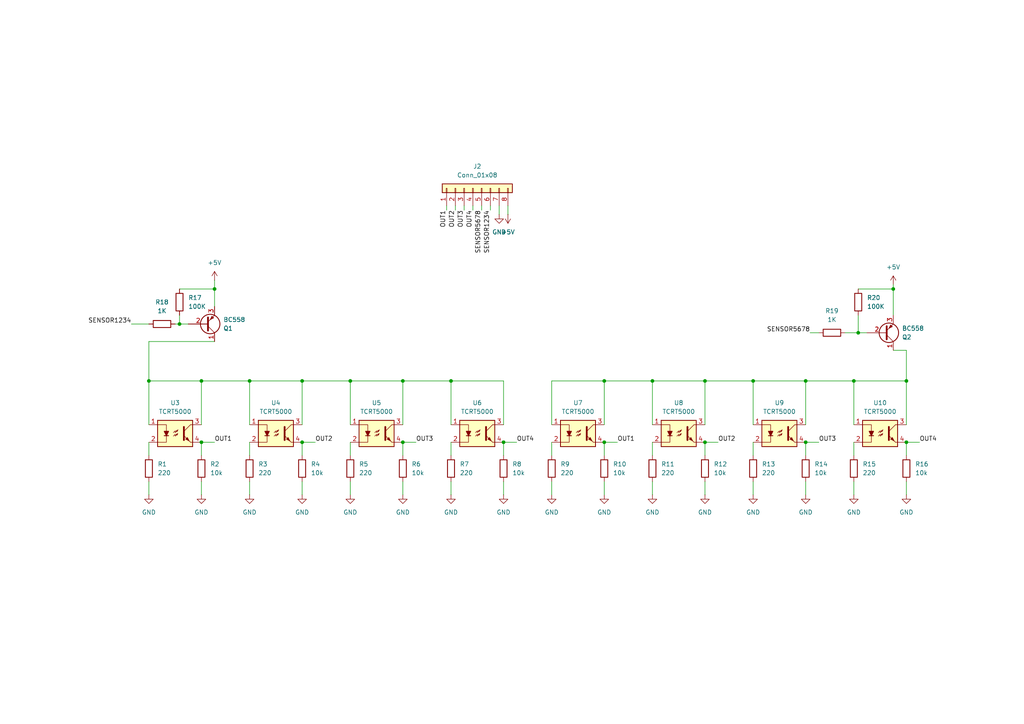
<source format=kicad_sch>
(kicad_sch (version 20231120) (generator "eeschema") (generator_version "8.0")
  (paper "A4")
  (lib_symbols
    (symbol "Connector_Generic:Conn_01x08" (pin_names (offset 1.016) hide)
      (property "Reference" "J" (at 0 10.16 0))
      (property "Value" "Conn_01x08" (at 0 -12.7 0))
      (symbol "Conn_01x08_1_1"
        (rectangle (start -1.27 -10.033) (end 0 -10.287) (stroke (width 0.1524)))
        (rectangle (start -1.27 -7.493) (end 0 -7.747) (stroke (width 0.1524)))
        (rectangle (start -1.27 -4.953) (end 0 -5.207) (stroke (width 0.1524)))
        (rectangle (start -1.27 -2.413) (end 0 -2.667) (stroke (width 0.1524)))
        (rectangle (start -1.27 0.127) (end 0 -0.127) (stroke (width 0.1524)))
        (rectangle (start -1.27 2.667) (end 0 2.413) (stroke (width 0.1524)))
        (rectangle (start -1.27 5.207) (end 0 4.953) (stroke (width 0.1524)))
        (rectangle (start -1.27 7.747) (end 0 7.493) (stroke (width 0.1524)))
        (rectangle (start -1.27 8.89) (end 1.27 -11.43) (stroke (width 0.254)) (fill (type background)))
        (pin passive line (at -5.08 7.62 0) (length 3.81) (name "Pin_1") (number "1"))
        (pin passive line (at -5.08 5.08 0) (length 3.81) (name "Pin_2") (number "2"))
        (pin passive line (at -5.08 2.54 0) (length 3.81) (name "Pin_3") (number "3"))
        (pin passive line (at -5.08 0 0) (length 3.81) (name "Pin_4") (number "4"))
        (pin passive line (at -5.08 -2.54 0) (length 3.81) (name "Pin_5") (number "5"))
        (pin passive line (at -5.08 -5.08 0) (length 3.81) (name "Pin_6") (number "6"))
        (pin passive line (at -5.08 -7.62 0) (length 3.81) (name "Pin_7") (number "7"))
        (pin passive line (at -5.08 -10.16 0) (length 3.81) (name "Pin_8") (number "8"))
      )
    )
    (symbol "Device:R" (pin_numbers hide) (pin_names (offset 0))
      (property "Reference" "R" (at 2.032 0 90))
      (property "Value" "R" (at 0 0 90))
      (symbol "R_0_1"
        (rectangle (start -1.016 -2.54) (end 1.016 2.54) (stroke (width 0.254)))
      )
      (symbol "R_1_1"
        (pin passive line (at 0 3.81 270) (length 1.27) (name "~") (number "1"))
        (pin passive line (at 0 -3.81 90) (length 1.27) (name "~") (number "2"))
      )
    )
    (symbol "EESTN5:TCRT5000" (pin_names (offset 1.016))
      (property "Reference" "U" (at -5.08 5.08 0))
      (property "Value" "TCRT5000" (at 0 5.08 0))
      (symbol "TCRT5000_0_1"
        (rectangle (start -5.08 3.81) (end 5.08 -3.81) (stroke (width 0.254)) (fill (type background)))
        (polyline (pts (xy -3.175 -0.635) (xy -1.905 -0.635)) (stroke (width 0.254)))
        (polyline (pts (xy 2.54 0.635) (xy 4.445 2.54)))
        (polyline (pts (xy 4.445 -2.54) (xy 2.54 -0.635)) (fill (type outline)))
        (polyline (pts (xy 4.445 -2.54) (xy 5.08 -2.54)))
        (polyline (pts (xy 4.445 2.54) (xy 5.08 2.54)))
        (polyline (pts (xy -5.08 2.54) (xy -2.54 2.54) (xy -2.54 0.635)))
        (polyline (pts (xy -2.54 -0.635) (xy -2.54 -2.54) (xy -5.08 -2.54)))
        (polyline (pts (xy 2.54 1.905) (xy 2.54 -1.905) (xy 2.54 -1.905)) (stroke (width 0.508)))
        (polyline (pts (xy -2.54 -0.635) (xy -3.175 0.635) (xy -1.905 0.635) (xy -2.54 -0.635)) (stroke (width 0.254)) (fill (type outline)))
        (polyline (pts (xy -0.508 0.254) (xy 0.0254 0.762) (xy 0.0254 0.254) (xy 0.7874 1.016)))
        (polyline (pts (xy 0.7874 1.016) (xy 0.2794 0.762) (xy 0.5334 0.508) (xy 0.7874 1.016)))
        (polyline (pts (xy 3.048 -1.651) (xy 3.556 -1.143) (xy 4.064 -2.159) (xy 3.048 -1.651) (xy 3.048 -1.651)) (fill (type outline)))
        (polyline (pts (xy -0.508 -0.762) (xy 0.0254 -0.254) (xy 0.0254 -0.762) (xy 0.7874 0) (xy 0.2794 -0.254) (xy 0.5334 -0.508) (xy 0.7874 0)))
      )
      (symbol "TCRT5000_1_1"
        (pin passive line (at -7.62 2.54 0) (length 2.54) (name "~") (number "1"))
        (pin passive line (at -7.62 -2.54 0) (length 2.54) (name "~") (number "2"))
        (pin passive line (at 7.62 2.54 180) (length 2.54) (name "~") (number "3"))
        (pin passive line (at 7.62 -2.54 180) (length 2.54) (name "~") (number "4"))
      )
    )
    (symbol "Transistor_BJT:BC558" (pin_names (offset 0) hide)
      (property "Reference" "Q" (at 5.08 1.905 0))
      (property "Value" "BC558" (at 5.08 0 0))
      (symbol "BC558_0_1"
        (polyline (pts (xy 0.635 0.635) (xy 2.54 2.54)))
        (polyline (pts (xy 0.635 -0.635) (xy 2.54 -2.54) (xy 2.54 -2.54)))
        (polyline (pts (xy 0.635 1.905) (xy 0.635 -1.905) (xy 0.635 -1.905)) (stroke (width 0.508)))
        (polyline (pts (xy 2.286 -1.778) (xy 1.778 -2.286) (xy 1.27 -1.27) (xy 2.286 -1.778) (xy 2.286 -1.778)) (fill (type outline)))
        (circle (center 1.27 0) (radius 2.8194) (stroke (width 0.254)))
      )
      (symbol "BC558_1_1"
        (pin passive line (at 2.54 5.08 270) (length 2.54) (name "C") (number "1"))
        (pin input line (at -5.08 0 0) (length 5.715) (name "B") (number "2"))
        (pin passive line (at 2.54 -5.08 90) (length 2.54) (name "E") (number "3"))
      )
    )
    (symbol "power:+5V" (power) (pin_numbers hide) (pin_names (offset 0) hide)
      (property "Value" "+5V" (at 0 3.556 0))
      (symbol "+5V_0_1"
        (polyline (pts (xy -0.762 1.27) (xy 0 2.54)))
        (polyline (pts (xy 0 0) (xy 0 2.54)))
        (polyline (pts (xy 0 2.54) (xy 0.762 1.27)))
      )
      (symbol "+5V_1_1"
        (pin power_in line (at 0 0 90) (length 0) (name "~") (number "1"))
      )
    )
    (symbol "power:GND" (power) (pin_numbers hide) (pin_names (offset 0) hide)
      (property "Value" "GND" (at 0 -3.81 0))
      (symbol "GND_0_1"
        (polyline (pts (xy 0 0) (xy 0 -1.27) (xy 1.27 -1.27) (xy 0 -2.54) (xy -1.27 -1.27) (xy 0 -1.27)))
      )
      (symbol "GND_1_1"
        (pin power_in line (at 0 0 270) (length 0) (name "~") (number "1"))
      )
    )
  )
  (junction (at 116.84 110.49))
  (junction (at 259.08 83.82))
  (junction (at 175.26 128.27))
  (junction (at 233.68 110.49))
  (junction (at 87.63 128.27))
  (junction (at 262.89 128.27))
  (junction (at 87.63 110.49))
  (junction (at 72.39 110.49))
  (junction (at 204.47 128.27))
  (junction (at 204.47 110.49))
  (junction (at 116.84 128.27))
  (junction (at 43.18 110.49))
  (junction (at 101.6 110.49))
  (junction (at 62.23 83.82))
  (junction (at 218.44 110.49))
  (junction (at 146.05 128.27))
  (junction (at 247.65 110.49))
  (junction (at 58.42 110.49))
  (junction (at 189.23 110.49))
  (junction (at 248.92 96.52))
  (junction (at 262.89 110.49))
  (junction (at 130.81 110.49))
  (junction (at 52.07 93.98))
  (junction (at 58.42 128.27))
  (junction (at 233.68 128.27))
  (junction (at 175.26 110.49))
  (wire (pts (xy 146.05 139.7) (xy 146.05 143.51)))
  (wire (pts (xy 160.02 123.19) (xy 160.02 110.49)))
  (wire (pts (xy 129.54 60.96) (xy 129.54 59.69)))
  (wire (pts (xy 72.39 128.27) (xy 72.39 132.08)))
  (wire (pts (xy 43.18 139.7) (xy 43.18 143.51)))
  (wire (pts (xy 204.47 123.19) (xy 204.47 110.49)))
  (wire (pts (xy 50.8 93.98) (xy 52.07 93.98)))
  (wire (pts (xy 52.07 91.44) (xy 52.07 93.98)))
  (wire (pts (xy 101.6 110.49) (xy 87.63 110.49)))
  (wire (pts (xy 245.11 96.52) (xy 248.92 96.52)))
  (wire (pts (xy 101.6 139.7) (xy 101.6 143.51)))
  (wire (pts (xy 87.63 128.27) (xy 87.63 132.08)))
  (wire (pts (xy 175.26 123.19) (xy 175.26 110.49)))
  (wire (pts (xy 262.89 110.49) (xy 262.89 123.19)))
  (wire (pts (xy 262.89 101.6) (xy 262.89 110.49)))
  (wire (pts (xy 146.05 128.27) (xy 149.86 128.27)))
  (wire (pts (xy 147.32 62.23) (xy 147.32 59.69)))
  (wire (pts (xy 43.18 128.27) (xy 43.18 132.08)))
  (wire (pts (xy 62.23 83.82) (xy 62.23 88.9)))
  (wire (pts (xy 218.44 123.19) (xy 218.44 110.49)))
  (wire (pts (xy 189.23 139.7) (xy 189.23 143.51)))
  (wire (pts (xy 58.42 139.7) (xy 58.42 143.51)))
  (wire (pts (xy 204.47 139.7) (xy 204.47 143.51)))
  (wire (pts (xy 146.05 110.49) (xy 130.81 110.49)))
  (wire (pts (xy 262.89 128.27) (xy 266.7 128.27)))
  (wire (pts (xy 146.05 128.27) (xy 146.05 132.08)))
  (wire (pts (xy 43.18 99.06) (xy 43.18 110.49)))
  (wire (pts (xy 144.78 62.23) (xy 144.78 59.69)))
  (wire (pts (xy 160.02 110.49) (xy 175.26 110.49)))
  (wire (pts (xy 58.42 110.49) (xy 43.18 110.49)))
  (wire (pts (xy 189.23 123.19) (xy 189.23 110.49)))
  (wire (pts (xy 204.47 128.27) (xy 208.28 128.27)))
  (wire (pts (xy 101.6 128.27) (xy 101.6 132.08)))
  (wire (pts (xy 38.1 93.98) (xy 43.18 93.98)))
  (wire (pts (xy 233.68 128.27) (xy 237.49 128.27)))
  (wire (pts (xy 130.81 128.27) (xy 130.81 132.08)))
  (wire (pts (xy 247.65 110.49) (xy 262.89 110.49)))
  (wire (pts (xy 58.42 128.27) (xy 58.42 132.08)))
  (wire (pts (xy 262.89 101.6) (xy 259.08 101.6)))
  (wire (pts (xy 52.07 93.98) (xy 54.61 93.98)))
  (wire (pts (xy 189.23 128.27) (xy 189.23 132.08)))
  (wire (pts (xy 72.39 139.7) (xy 72.39 143.51)))
  (wire (pts (xy 247.65 123.19) (xy 247.65 110.49)))
  (wire (pts (xy 87.63 123.19) (xy 87.63 110.49)))
  (wire (pts (xy 259.08 82.55) (xy 259.08 83.82)))
  (wire (pts (xy 248.92 91.44) (xy 248.92 96.52)))
  (wire (pts (xy 58.42 128.27) (xy 62.23 128.27)))
  (wire (pts (xy 204.47 110.49) (xy 218.44 110.49)))
  (wire (pts (xy 218.44 110.49) (xy 233.68 110.49)))
  (wire (pts (xy 175.26 110.49) (xy 189.23 110.49)))
  (wire (pts (xy 234.95 96.52) (xy 237.49 96.52)))
  (wire (pts (xy 43.18 99.06) (xy 62.23 99.06)))
  (wire (pts (xy 58.42 123.19) (xy 58.42 110.49)))
  (wire (pts (xy 160.02 128.27) (xy 160.02 132.08)))
  (wire (pts (xy 247.65 139.7) (xy 247.65 143.51)))
  (wire (pts (xy 160.02 139.7) (xy 160.02 143.51)))
  (wire (pts (xy 233.68 128.27) (xy 233.68 132.08)))
  (wire (pts (xy 262.89 139.7) (xy 262.89 143.51)))
  (wire (pts (xy 116.84 123.19) (xy 116.84 110.49)))
  (wire (pts (xy 87.63 110.49) (xy 72.39 110.49)))
  (wire (pts (xy 233.68 123.19) (xy 233.68 110.49)))
  (wire (pts (xy 259.08 83.82) (xy 259.08 91.44)))
  (wire (pts (xy 132.08 60.96) (xy 132.08 59.69)))
  (wire (pts (xy 233.68 110.49) (xy 247.65 110.49)))
  (wire (pts (xy 43.18 123.19) (xy 43.18 110.49)))
  (wire (pts (xy 130.81 123.19) (xy 130.81 110.49)))
  (wire (pts (xy 247.65 128.27) (xy 247.65 132.08)))
  (wire (pts (xy 134.62 60.96) (xy 134.62 59.69)))
  (wire (pts (xy 146.05 123.19) (xy 146.05 110.49)))
  (wire (pts (xy 218.44 139.7) (xy 218.44 143.51)))
  (wire (pts (xy 130.81 110.49) (xy 116.84 110.49)))
  (wire (pts (xy 204.47 128.27) (xy 204.47 132.08)))
  (wire (pts (xy 175.26 128.27) (xy 179.07 128.27)))
  (wire (pts (xy 248.92 96.52) (xy 251.46 96.52)))
  (wire (pts (xy 72.39 123.19) (xy 72.39 110.49)))
  (wire (pts (xy 142.24 60.96) (xy 142.24 59.69)))
  (wire (pts (xy 233.68 139.7) (xy 233.68 143.51)))
  (wire (pts (xy 137.16 60.96) (xy 137.16 59.69)))
  (wire (pts (xy 248.92 83.82) (xy 259.08 83.82)))
  (wire (pts (xy 175.26 139.7) (xy 175.26 143.51)))
  (wire (pts (xy 101.6 123.19) (xy 101.6 110.49)))
  (wire (pts (xy 189.23 110.49) (xy 204.47 110.49)))
  (wire (pts (xy 116.84 128.27) (xy 120.65 128.27)))
  (wire (pts (xy 62.23 81.28) (xy 62.23 83.82)))
  (wire (pts (xy 139.7 60.96) (xy 139.7 59.69)))
  (wire (pts (xy 87.63 139.7) (xy 87.63 143.51)))
  (wire (pts (xy 87.63 128.27) (xy 91.44 128.27)))
  (wire (pts (xy 72.39 110.49) (xy 58.42 110.49)))
  (wire (pts (xy 116.84 110.49) (xy 101.6 110.49)))
  (wire (pts (xy 218.44 128.27) (xy 218.44 132.08)))
  (wire (pts (xy 130.81 139.7) (xy 130.81 143.51)))
  (wire (pts (xy 52.07 83.82) (xy 62.23 83.82)))
  (wire (pts (xy 116.84 128.27) (xy 116.84 132.08)))
  (wire (pts (xy 262.89 128.27) (xy 262.89 132.08)))
  (wire (pts (xy 116.84 139.7) (xy 116.84 143.51)))
  (wire (pts (xy 175.26 128.27) (xy 175.26 132.08)))
  (label "SENSOR1234" (at 38.1 93.98 180))
  (label "SENSOR5678" (at 234.95 96.52 180))
  (label "OUT4" (at 137.16 60.96 270))
  (label "OUT3" (at 237.49 128.27 0))
  (label "OUT2" (at 208.28 128.27 0))
  (label "SENSOR5678" (at 139.7 60.96 270))
  (label "OUT1" (at 62.23 128.27 0))
  (label "OUT1" (at 129.54 60.96 270))
  (label "OUT3" (at 120.65 128.27 0))
  (label "OUT2" (at 91.44 128.27 0))
  (label "OUT3" (at 134.62 60.96 270))
  (label "OUT4" (at 266.7 128.27 0))
  (label "OUT1" (at 179.07 128.27 0))
  (label "OUT4" (at 149.86 128.27 0))
  (label "OUT2" (at 132.08 60.96 270))
  (label "SENSOR1234" (at 142.24 60.96 270))
  (symbol (lib_id "power:GND") (at 72.39 143.51 0) (unit 1)
    (property "Reference" "#PWR03" (effects (hide yes)))
    (property "Value" "GND" (at 72.39 148.59 0))
    (property "Description" "Power symbol creates a global label with name \"GND\" , ground" (effects (hide yes)))
  )
  (symbol (lib_id "Device:R") (at 233.68 135.89 0) (unit 1)
    (property "Reference" "R14" (at 236.22 134.6199 0) (effects (justify left)))
    (property "Value" "10k" (at 236.22 137.1599 0) (effects (justify left)))
    (property "Footprint" "Resistor_THT:R_Axial_DIN0207_L6.3mm_D2.5mm_P15.24mm_Horizontal" (effects (hide yes)))
    (property "Description" "Resistor" (effects (hide yes)))
  )
  (symbol (lib_id "Device:R") (at 72.39 135.89 0) (unit 1)
    (property "Reference" "R3" (at 74.93 134.6199 0) (effects (justify left)))
    (property "Value" "220" (at 74.93 137.1599 0) (effects (justify left)))
    (property "Footprint" "Resistor_THT:R_Axial_DIN0207_L6.3mm_D2.5mm_P15.24mm_Horizontal" (effects (hide yes)))
    (property "Description" "Resistor" (effects (hide yes)))
  )
  (symbol (lib_id "Device:R") (at 87.63 135.89 0) (unit 1)
    (property "Reference" "R4" (at 90.17 134.6199 0) (effects (justify left)))
    (property "Value" "10k" (at 90.17 137.1599 0) (effects (justify left)))
    (property "Footprint" "Resistor_THT:R_Axial_DIN0207_L6.3mm_D2.5mm_P15.24mm_Horizontal" (effects (hide yes)))
    (property "Description" "Resistor" (effects (hide yes)))
  )
  (symbol (lib_id "power:GND") (at 116.84 143.51 0) (unit 1)
    (property "Reference" "#PWR06" (effects (hide yes)))
    (property "Value" "GND" (at 116.84 148.59 0))
    (property "Description" "Power symbol creates a global label with name \"GND\" , ground" (effects (hide yes)))
  )
  (symbol (lib_id "power:GND") (at 58.42 143.51 0) (unit 1)
    (property "Reference" "#PWR02" (effects (hide yes)))
    (property "Value" "GND" (at 58.42 148.59 0))
    (property "Description" "Power symbol creates a global label with name \"GND\" , ground" (effects (hide yes)))
  )
  (symbol (lib_id "Device:R") (at 116.84 135.89 0) (unit 1)
    (property "Reference" "R6" (at 119.38 134.6199 0) (effects (justify left)))
    (property "Value" "10k" (at 119.38 137.1599 0) (effects (justify left)))
    (property "Footprint" "Resistor_THT:R_Axial_DIN0207_L6.3mm_D2.5mm_P15.24mm_Horizontal" (effects (hide yes)))
    (property "Description" "Resistor" (effects (hide yes)))
  )
  (symbol (lib_id "EESTN5:TCRT5000") (at 138.43 125.73 0) (unit 1)
    (property "Reference" "U6" (at 138.43 116.84 0))
    (property "Value" "TCRT5000" (at 138.43 119.38 0))
    (property "Footprint" "EESTN5:TCRT5000" (effects (hide yes)))
    (property "Datasheet" "https://www.vishay.com/docs/83760/tcrt5000.pdf" (effects (hide yes)))
    (property "Description" "Refective Sensor" (effects (hide yes)))
  )
  (symbol (lib_id "power:GND") (at 247.65 143.51 0) (unit 1)
    (property "Reference" "#PWR015" (effects (hide yes)))
    (property "Value" "GND" (at 247.65 148.59 0))
    (property "Description" "Power symbol creates a global label with name \"GND\" , ground" (effects (hide yes)))
  )
  (symbol (lib_id "power:GND") (at 189.23 143.51 0) (unit 1)
    (property "Reference" "#PWR011" (effects (hide yes)))
    (property "Value" "GND" (at 189.23 148.59 0))
    (property "Description" "Power symbol creates a global label with name \"GND\" , ground" (effects (hide yes)))
  )
  (symbol (lib_id "power:GND") (at 146.05 143.51 0) (unit 1)
    (property "Reference" "#PWR08" (effects (hide yes)))
    (property "Value" "GND" (at 146.05 148.59 0))
    (property "Description" "Power symbol creates a global label with name \"GND\" , ground" (effects (hide yes)))
  )
  (symbol (lib_id "Device:R") (at 46.99 93.98 90) (unit 1)
    (property "Reference" "R18" (at 46.99 87.63 90))
    (property "Value" "1K" (at 46.99 90.17 90))
    (property "Footprint" "Resistor_THT:R_Axial_DIN0207_L6.3mm_D2.5mm_P10.16mm_Horizontal" (effects (hide yes)))
    (property "Description" "Resistor" (effects (hide yes)))
  )
  (symbol (lib_id "Device:R") (at 189.23 135.89 0) (unit 1)
    (property "Reference" "R11" (at 191.77 134.6199 0) (effects (justify left)))
    (property "Value" "220" (at 191.77 137.1599 0) (effects (justify left)))
    (property "Footprint" "Resistor_THT:R_Axial_DIN0207_L6.3mm_D2.5mm_P15.24mm_Horizontal" (effects (hide yes)))
    (property "Description" "Resistor" (effects (hide yes)))
  )
  (symbol (lib_id "power:GND") (at 43.18 143.51 0) (unit 1)
    (property "Reference" "#PWR01" (effects (hide yes)))
    (property "Value" "GND" (at 43.18 148.59 0))
    (property "Description" "Power symbol creates a global label with name \"GND\" , ground" (effects (hide yes)))
  )
  (symbol (lib_id "Device:R") (at 101.6 135.89 0) (unit 1)
    (property "Reference" "R5" (at 104.14 134.6199 0) (effects (justify left)))
    (property "Value" "220" (at 104.14 137.1599 0) (effects (justify left)))
    (property "Footprint" "Resistor_THT:R_Axial_DIN0207_L6.3mm_D2.5mm_P15.24mm_Horizontal" (effects (hide yes)))
    (property "Description" "Resistor" (effects (hide yes)))
  )
  (symbol (lib_id "power:GND") (at 262.89 143.51 0) (unit 1)
    (property "Reference" "#PWR016" (effects (hide yes)))
    (property "Value" "GND" (at 262.89 148.59 0))
    (property "Description" "Power symbol creates a global label with name \"GND\" , ground" (effects (hide yes)))
  )
  (symbol (lib_id "Transistor_BJT:BC558") (at 256.54 96.52 0) (mirror x) (unit 1)
    (property "Reference" "Q2" (at 261.62 97.7901 0) (effects (justify left)))
    (property "Value" "BC558" (at 261.62 95.2501 0) (effects (justify left)))
    (property "Footprint" "Package_TO_SOT_THT:TO-92_Inline" (effects (hide yes)))
    (property "Datasheet" "https://www.onsemi.com/pub/Collateral/BC556BTA-D.pdf" (effects (hide yes)))
    (property "Description" "0.1A Ic, 30V Vce, PNP Small Signal Transistor, TO-92" (effects (hide yes)))
  )
  (symbol (lib_id "Device:R") (at 58.42 135.89 0) (unit 1)
    (property "Reference" "R2" (at 60.96 134.6199 0) (effects (justify left)))
    (property "Value" "10k" (at 60.96 137.1599 0) (effects (justify left)))
    (property "Footprint" "Resistor_THT:R_Axial_DIN0207_L6.3mm_D2.5mm_P15.24mm_Horizontal" (effects (hide yes)))
    (property "Description" "Resistor" (effects (hide yes)))
  )
  (symbol (lib_id "EESTN5:TCRT5000") (at 196.85 125.73 0) (unit 1)
    (property "Reference" "U8" (at 196.85 116.84 0))
    (property "Value" "TCRT5000" (at 196.85 119.38 0))
    (property "Footprint" "EESTN5:TCRT5000" (effects (hide yes)))
    (property "Datasheet" "https://www.vishay.com/docs/83760/tcrt5000.pdf" (effects (hide yes)))
    (property "Description" "Refective Sensor" (effects (hide yes)))
  )
  (symbol (lib_id "Device:R") (at 241.3 96.52 90) (unit 1)
    (property "Reference" "R19" (at 241.3 90.17 90))
    (property "Value" "1K" (at 241.3 92.71 90))
    (property "Footprint" "Resistor_THT:R_Axial_DIN0207_L6.3mm_D2.5mm_P15.24mm_Horizontal" (effects (hide yes)))
    (property "Description" "Resistor" (effects (hide yes)))
  )
  (symbol (lib_id "Device:R") (at 204.47 135.89 0) (unit 1)
    (property "Reference" "R12" (at 207.01 134.6199 0) (effects (justify left)))
    (property "Value" "10k" (at 207.01 137.1599 0) (effects (justify left)))
    (property "Footprint" "Resistor_THT:R_Axial_DIN0207_L6.3mm_D2.5mm_P15.24mm_Horizontal" (effects (hide yes)))
    (property "Description" "Resistor" (effects (hide yes)))
  )
  (symbol (lib_id "power:GND") (at 101.6 143.51 0) (unit 1)
    (property "Reference" "#PWR05" (effects (hide yes)))
    (property "Value" "GND" (at 101.6 148.59 0))
    (property "Description" "Power symbol creates a global label with name \"GND\" , ground" (effects (hide yes)))
  )
  (symbol (lib_id "Device:R") (at 130.81 135.89 0) (unit 1)
    (property "Reference" "R7" (at 133.35 134.6199 0) (effects (justify left)))
    (property "Value" "220" (at 133.35 137.1599 0) (effects (justify left)))
    (property "Footprint" "Resistor_THT:R_Axial_DIN0207_L6.3mm_D2.5mm_P15.24mm_Horizontal" (effects (hide yes)))
    (property "Description" "Resistor" (effects (hide yes)))
  )
  (symbol (lib_id "power:GND") (at 218.44 143.51 0) (unit 1)
    (property "Reference" "#PWR013" (effects (hide yes)))
    (property "Value" "GND" (at 218.44 148.59 0))
    (property "Description" "Power symbol creates a global label with name \"GND\" , ground" (effects (hide yes)))
  )
  (symbol (lib_id "power:GND") (at 160.02 143.51 0) (unit 1)
    (property "Reference" "#PWR09" (effects (hide yes)))
    (property "Value" "GND" (at 160.02 148.59 0))
    (property "Description" "Power symbol creates a global label with name \"GND\" , ground" (effects (hide yes)))
  )
  (symbol (lib_id "Device:R") (at 262.89 135.89 0) (unit 1)
    (property "Reference" "R16" (at 265.43 134.6199 0) (effects (justify left)))
    (property "Value" "10k" (at 265.43 137.16 0) (effects (justify left)))
    (property "Footprint" "Resistor_THT:R_Axial_DIN0207_L6.3mm_D2.5mm_P15.24mm_Horizontal" (effects (hide yes)))
    (property "Description" "Resistor" (effects (hide yes)))
  )
  (symbol (lib_id "EESTN5:TCRT5000") (at 255.27 125.73 0) (unit 1)
    (property "Reference" "U10" (at 255.27 116.84 0))
    (property "Value" "TCRT5000" (at 255.27 119.38 0))
    (property "Footprint" "EESTN5:TCRT5000" (effects (hide yes)))
    (property "Datasheet" "https://www.vishay.com/docs/83760/tcrt5000.pdf" (effects (hide yes)))
    (property "Description" "Refective Sensor" (effects (hide yes)))
  )
  (symbol (lib_id "Device:R") (at 218.44 135.89 0) (unit 1)
    (property "Reference" "R13" (at 220.98 134.6199 0) (effects (justify left)))
    (property "Value" "220" (at 220.98 137.1599 0) (effects (justify left)))
    (property "Footprint" "Resistor_THT:R_Axial_DIN0207_L6.3mm_D2.5mm_P15.24mm_Horizontal" (effects (hide yes)))
    (property "Description" "Resistor" (effects (hide yes)))
  )
  (symbol (lib_id "power:GND") (at 130.81 143.51 0) (unit 1)
    (property "Reference" "#PWR07" (effects (hide yes)))
    (property "Value" "GND" (at 130.81 148.59 0))
    (property "Description" "Power symbol creates a global label with name \"GND\" , ground" (effects (hide yes)))
  )
  (symbol (lib_id "EESTN5:TCRT5000") (at 226.06 125.73 0) (unit 1)
    (property "Reference" "U9" (at 226.06 116.84 0))
    (property "Value" "TCRT5000" (at 226.06 119.38 0))
    (property "Footprint" "EESTN5:TCRT5000" (effects (hide yes)))
    (property "Datasheet" "https://www.vishay.com/docs/83760/tcrt5000.pdf" (effects (hide yes)))
    (property "Description" "Refective Sensor" (effects (hide yes)))
  )
  (symbol (lib_id "Device:R") (at 43.18 135.89 0) (unit 1)
    (property "Reference" "R1" (at 45.72 134.6199 0) (effects (justify left)))
    (property "Value" "220" (at 45.72 137.1599 0) (effects (justify left)))
    (property "Footprint" "Resistor_THT:R_Axial_DIN0207_L6.3mm_D2.5mm_P15.24mm_Horizontal" (effects (hide yes)))
    (property "Description" "Resistor" (effects (hide yes)))
  )
  (symbol (lib_id "Device:R") (at 247.65 135.89 0) (unit 1)
    (property "Reference" "R15" (at 250.19 134.6199 0) (effects (justify left)))
    (property "Value" "220" (at 250.19 137.1599 0) (effects (justify left)))
    (property "Footprint" "Resistor_THT:R_Axial_DIN0207_L6.3mm_D2.5mm_P15.24mm_Horizontal" (effects (hide yes)))
    (property "Description" "Resistor" (effects (hide yes)))
  )
  (symbol (lib_id "EESTN5:TCRT5000") (at 80.01 125.73 0) (unit 1)
    (property "Reference" "U4" (at 80.01 116.84 0))
    (property "Value" "TCRT5000" (at 80.01 119.38 0))
    (property "Footprint" "EESTN5:TCRT5000" (effects (hide yes)))
    (property "Datasheet" "https://www.vishay.com/docs/83760/tcrt5000.pdf" (effects (hide yes)))
    (property "Description" "Refective Sensor" (effects (hide yes)))
  )
  (symbol (lib_id "EESTN5:TCRT5000") (at 167.64 125.73 0) (unit 1)
    (property "Reference" "U7" (at 167.64 116.84 0))
    (property "Value" "TCRT5000" (at 167.64 119.38 0))
    (property "Footprint" "EESTN5:TCRT5000" (effects (hide yes)))
    (property "Datasheet" "https://www.vishay.com/docs/83760/tcrt5000.pdf" (effects (hide yes)))
    (property "Description" "Refective Sensor" (effects (hide yes)))
  )
  (symbol (lib_id "Device:R") (at 52.07 87.63 0) (unit 1)
    (property "Reference" "R17" (at 54.61 86.3599 0) (effects (justify left)))
    (property "Value" "100K" (at 54.61 88.8999 0) (effects (justify left)))
    (property "Footprint" "Resistor_THT:R_Axial_DIN0207_L6.3mm_D2.5mm_P15.24mm_Horizontal" (effects (hide yes)))
    (property "Description" "Resistor" (effects (hide yes)))
  )
  (symbol (lib_id "power:+5V") (at 147.32 62.23 180) (unit 1)
    (property "Reference" "#PWR018" (effects (hide yes)))
    (property "Value" "+5V" (at 147.32 67.31 0))
    (property "Description" "Power symbol creates a global label with name \"+5V\"" (effects (hide yes)))
  )
  (symbol (lib_id "power:+5V") (at 259.08 82.55 0) (unit 1)
    (property "Reference" "#PWR025" (effects (hide yes)))
    (property "Value" "+5V" (at 259.08 77.47 0))
    (property "Description" "Power symbol creates a global label with name \"+5V\"" (effects (hide yes)))
  )
  (symbol (lib_id "EESTN5:TCRT5000") (at 109.22 125.73 0) (unit 1)
    (property "Reference" "U5" (at 109.22 116.84 0))
    (property "Value" "TCRT5000" (at 109.22 119.38 0))
    (property "Footprint" "EESTN5:TCRT5000" (effects (hide yes)))
    (property "Datasheet" "https://www.vishay.com/docs/83760/tcrt5000.pdf" (effects (hide yes)))
    (property "Description" "Refective Sensor" (effects (hide yes)))
  )
  (symbol (lib_id "power:GND") (at 87.63 143.51 0) (unit 1)
    (property "Reference" "#PWR04" (effects (hide yes)))
    (property "Value" "GND" (at 87.63 148.59 0))
    (property "Description" "Power symbol creates a global label with name \"GND\" , ground" (effects (hide yes)))
  )
  (symbol (lib_id "power:GND") (at 233.68 143.51 0) (unit 1)
    (property "Reference" "#PWR014" (effects (hide yes)))
    (property "Value" "GND" (at 233.68 148.59 0))
    (property "Description" "Power symbol creates a global label with name \"GND\" , ground" (effects (hide yes)))
  )
  (symbol (lib_id "power:+5V") (at 62.23 81.28 0) (unit 1)
    (property "Reference" "#PWR021" (effects (hide yes)))
    (property "Value" "+5V" (at 62.23 76.2 0))
    (property "Description" "Power symbol creates a global label with name \"+5V\"" (effects (hide yes)))
  )
  (symbol (lib_id "EESTN5:TCRT5000") (at 50.8 125.73 0) (unit 1)
    (property "Reference" "U3" (at 50.8 116.84 0))
    (property "Value" "TCRT5000" (at 50.8 119.38 0))
    (property "Footprint" "EESTN5:TCRT5000" (effects (hide yes)))
    (property "Datasheet" "https://www.vishay.com/docs/83760/tcrt5000.pdf" (effects (hide yes)))
    (property "Description" "Refective Sensor" (effects (hide yes)))
  )
  (symbol (lib_id "Device:R") (at 146.05 135.89 0) (unit 1)
    (property "Reference" "R8" (at 148.59 134.6199 0) (effects (justify left)))
    (property "Value" "10k" (at 148.59 137.1599 0) (effects (justify left)))
    (property "Footprint" "Resistor_THT:R_Axial_DIN0207_L6.3mm_D2.5mm_P15.24mm_Horizontal" (effects (hide yes)))
    (property "Description" "Resistor" (effects (hide yes)))
  )
  (symbol (lib_id "power:GND") (at 175.26 143.51 0) (unit 1)
    (property "Reference" "#PWR010" (effects (hide yes)))
    (property "Value" "GND" (at 175.26 148.59 0))
    (property "Description" "Power symbol creates a global label with name \"GND\" , ground" (effects (hide yes)))
  )
  (symbol (lib_id "Transistor_BJT:BC558") (at 59.69 93.98 0) (mirror x) (unit 1)
    (property "Reference" "Q1" (at 64.77 95.2501 0) (effects (justify left)))
    (property "Value" "BC558" (at 64.77 92.7101 0) (effects (justify left)))
    (property "Footprint" "Package_TO_SOT_THT:TO-92_Inline" (effects (hide yes)))
    (property "Datasheet" "https://www.onsemi.com/pub/Collateral/BC556BTA-D.pdf" (effects (hide yes)))
    (property "Description" "0.1A Ic, 30V Vce, PNP Small Signal Transistor, TO-92" (effects (hide yes)))
  )
  (symbol (lib_id "power:GND") (at 204.47 143.51 0) (unit 1)
    (property "Reference" "#PWR012" (effects (hide yes)))
    (property "Value" "GND" (at 204.47 148.59 0))
    (property "Description" "Power symbol creates a global label with name \"GND\" , ground" (effects (hide yes)))
  )
  (symbol (lib_id "Device:R") (at 175.26 135.89 0) (unit 1)
    (property "Reference" "R10" (at 177.8 134.6199 0) (effects (justify left)))
    (property "Value" "10k" (at 177.8 137.1599 0) (effects (justify left)))
    (property "Footprint" "Resistor_THT:R_Axial_DIN0207_L6.3mm_D2.5mm_P15.24mm_Horizontal" (effects (hide yes)))
    (property "Description" "Resistor" (effects (hide yes)))
  )
  (symbol (lib_id "Device:R") (at 160.02 135.89 0) (unit 1)
    (property "Reference" "R9" (at 162.56 134.6199 0) (effects (justify left)))
    (property "Value" "220" (at 162.56 137.1599 0) (effects (justify left)))
    (property "Footprint" "Resistor_THT:R_Axial_DIN0207_L6.3mm_D2.5mm_P15.24mm_Horizontal" (effects (hide yes)))
    (property "Description" "Resistor" (effects (hide yes)))
  )
  (symbol (lib_id "Connector_Generic:Conn_01x08") (at 137.16 54.61 90) (unit 1)
    (property "Reference" "J2" (at 138.43 48.26 90))
    (property "Value" "Conn_01x08" (at 138.43 50.8 90))
    (property "Footprint" "Connector_PinSocket_1.27mm:PinSocket_1x08_P1.27mm_Vertical" (effects (hide yes)))
    (property "Description" "Generic connector, single row, 01x08, script generated (kicad-library-utils/schlib/autogen/connector/)" (effects (hide yes)))
  )
  (symbol (lib_id "power:GND") (at 144.78 62.23 0) (unit 1)
    (property "Reference" "#PWR017" (effects (hide yes)))
    (property "Value" "GND" (at 144.78 67.31 0))
    (property "Description" "Power symbol creates a global label with name \"GND\" , ground" (effects (hide yes)))
  )
  (symbol (lib_id "Device:R") (at 248.92 87.63 0) (unit 1)
    (property "Reference" "R20" (at 251.46 86.3599 0) (effects (justify left)))
    (property "Value" "100K" (at 251.46 88.8999 0) (effects (justify left)))
    (property "Footprint" "Resistor_THT:R_Axial_DIN0207_L6.3mm_D2.5mm_P15.24mm_Horizontal" (effects (hide yes)))
    (property "Description" "Resistor" (effects (hide yes)))
  )
)
</source>
